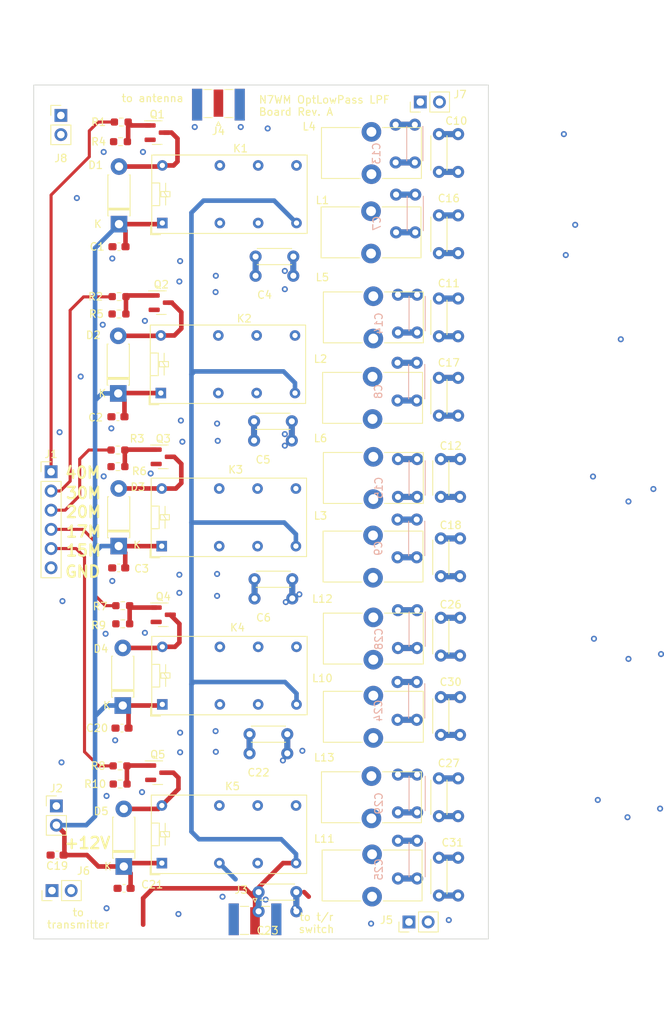
<source format=kicad_pcb>
(kicad_pcb (version 20221018) (generator pcbnew)
  (layers (0 "F.Cu" signal) (31 "B.Cu" signal) (34 "B.Paste" user) (35 "F.Paste" user) (36 "B.SilkS" user "B.Silkscreen") (37 "F.SilkS" user "F.Silkscreen") (38 "B.Mask" user) (39 "F.Mask" user) (44 "Edge.Cuts" user))
  (net 0 "")
  (net 1 "GND")
  (net 2 "Net-(C10-Pad2)")
  (net 3 "Net-(C11-Pad2)")
  (net 4 "Net-(C12-Pad2)")
  (net 5 "Net-(C10-Pad1)")
  (net 6 "Net-(C11-Pad1)")
  (net 7 "Net-(C12-Pad1)")
  (net 8 "Net-(C16-Pad2)")
  (net 9 "Net-(C17-Pad2)")
  (net 10 "Net-(C18-Pad2)")
  (net 11 "Net-(C23-Pad1)")
  (net 12 "Net-(C24-Pad1)")
  (net 13 "Net-(C25-Pad1)")
  (net 14 "Net-(C26-Pad1)")
  (net 15 "Net-(C27-Pad1)")
  (net 16 "Net-(C22-Pad1)")
  (net 17 "Net-(D1-A)")
  (net 18 "Net-(D2-A)")
  (net 19 "Net-(D3-A)")
  (net 20 "Net-(D4-A)")
  (net 21 "Net-(D5-A)")
  (net 22 "Net-(J3-In)")
  (net 23 "Net-(J4-In)")
  (net 24 "Net-(Q1-B)")
  (net 25 "Net-(Q2-B)")
  (net 26 "Net-(Q3-B)")
  (net 27 "Net-(Q4-B)")
  (net 28 "Net-(Q5-B)")
  (net 29 "/VDD12")
  (net 30 "/40M")
  (net 31 "/30M")
  (net 32 "/20M")
  (net 33 "/17M")
  (net 34 "/15M")
  (footprint "Diode_THT:D_DO-41_SOD81_P7.62mm_Horizontal" (layer "F.Cu") (at 91.0375 143.41 90)
    (fp_text reference "D5")
    (fp_text value "1N4152")
  )
  (footprint "Library:C_Disc_DUAL_D4.3mm_W1.9mm_P5.00mm" (layer "F.Cu") (at 113.3 84.5 180)
    (fp_text reference "C5")
    (fp_text value "435p")
  )
  (footprint "Package_TO_SOT_SMD:SOT-23" (layer "F.Cu") (at 95.4625 46.3)
    (fp_text reference "Q1")
    (fp_text value "MMBT3904")
  )
  (footprint "Resistor_SMD:R_0603_1608Metric_Pad0.98x0.95mm_HandSolder" (layer "F.Cu") (at 90.4125 68 180)
    (fp_text reference "R2")
    (fp_text value "2K")
  )
  (footprint "Resistor_SMD:R_0603_1608Metric_Pad0.98x0.95mm_HandSolder" (layer "F.Cu") (at 90.7 44.9 180)
    (fp_text reference "R1")
    (fp_text value "2K")
  )
  (footprint "Package_TO_SOT_SMD:SOT-23" (layer "F.Cu") (at 96.2625 89.2)
    (fp_text reference "Q3")
    (fp_text value "MMBT3904")
  )
  (footprint "Resistor_SMD:R_0603_1608Metric_Pad0.98x0.95mm_HandSolder" (layer "F.Cu") (at 90.4 70.3 180)
    (fp_text reference "R5")
    (fp_text value "3K")
  )
  (footprint "Connector_PinHeader_2.54mm:PinHeader_1x02_P2.54mm_Vertical" (layer "F.Cu") (at 82.7 44.025)
    (fp_text reference "J8")
    (fp_text value "Conn_01x02_Male")
  )
  (footprint "Relay_THT:Relay_DPDT_Omron_G5V-2" (layer "F.Cu") (at 95.9425 80.7625 90)
    (fp_text reference "K2")
    (fp_text value "G5V-2")
  )
  (footprint "Inductor_THT:L_Toroid_Vertical_L13.0mm_W6.5mm_P5.60mm" (layer "F.Cu") (at 124.0625 99.6)
    (fp_text reference "L3")
    (fp_text value "364nH")
  )
  (footprint "Diode_THT:D_DO-41_SOD81_P7.62mm_Horizontal" (layer "F.Cu") (at 90.4 58.41 90)
    (fp_text reference "D1")
    (fp_text value "1N4152")
  )
  (footprint "Connector_PinHeader_2.54mm:PinHeader_1x02_P2.54mm_Vertical" (layer "F.Cu") (at 82.1 135.4)
    (fp_text reference "J2")
    (fp_text value "Conn_01x02_Male")
  )
  (footprint "Capacitor_SMD:C_0603_1608Metric_Pad1.08x0.95mm_HandSolder" (layer "F.Cu") (at 82.2 141.9 180)
    (fp_text reference "C19")
    (fp_text value "0.1uF")
  )
  (footprint "Relay_THT:Relay_DPDT_Omron_G5V-2" (layer "F.Cu") (at 96.1425 121.9625 90)
    (fp_text reference "K4")
    (fp_text value "G5V-2")
  )
  (footprint "Inductor_THT:L_Toroid_Vertical_L13.0mm_W6.5mm_P5.60mm" (layer "F.Cu") (at 123.85 131.45)
    (fp_text reference "L13")
    (fp_text value "207nH")
  )
  (footprint "Package_TO_SOT_SMD:SOT-23" (layer "F.Cu") (at 96.2625 110.1)
    (fp_text reference "Q4")
    (fp_text value "MMBT3904")
  )
  (footprint "Resistor_SMD:R_0603_1608Metric_Pad0.98x0.95mm_HandSolder" (layer "F.Cu") (at 90.2625 88.3 180)
    (fp_text reference "R3")
    (fp_text value "2K")
  )
  (footprint "Relay_THT:Relay_DPDT_Omron_G5V-2" (layer "F.Cu") (at 96.0625 101.02 90)
    (fp_text reference "K3")
    (fp_text value "G5V-2")
  )
  (footprint "Capacitor_SMD:C_0603_1608Metric_Pad1.08x0.95mm_HandSolder" (layer "F.Cu") (at 91.075 146.3 180)
    (fp_text reference "C21")
    (fp_text value "0.1uF")
  )
  (footprint "Relay_THT:Relay_DPDT_Omron_G5V-2" (layer "F.Cu") (at 96.1425 58.2625 90)
    (fp_text reference "K1")
    (fp_text value "G5V-2")
  )
  (footprint "Package_TO_SOT_SMD:SOT-23" (layer "F.Cu") (at 95.5375 131)
    (fp_text reference "Q5")
    (fp_text value "MMBT3904")
  )
  (footprint "Resistor_SMD:R_0603_1608Metric_Pad0.98x0.95mm_HandSolder" (layer "F.Cu") (at 90.2625 90.5 180)
    (fp_text reference "R6")
    (fp_text value "3K")
  )
  (footprint "Relay_THT:Relay_DPDT_Omron_G5V-2" (layer "F.Cu") (at 96.08 142.9625 90)
    (fp_text reference "K5")
    (fp_text value "G5V-2")
  )
  (footprint "Inductor_THT:L_Toroid_Vertical_L13.0mm_W6.5mm_P5.60mm" (layer "F.Cu") (at 123.85 46.2)
    (fp_text reference "L4")
    (fp_text value "622nH")
  )
  (footprint "Library:C_Disc_DUAL_D4.3mm_W1.9mm_P5.00mm" (layer "F.Cu") (at 112.7 125.9 180)
    (fp_text reference "C22")
    (fp_text value "244p")
  )
  (footprint "Library:C_Disc_DUAL_D4.3mm_W1.9mm_P5.00mm" (layer "F.Cu") (at 132.795 142.25 -90)
    (fp_text reference "C31")
    (fp_text value "30p")
  )
  (footprint "Connector_Coaxial:SMA_Samtec_SMA-J-P-X-ST-EM1_EdgeMount" (layer "F.Cu") (at 108.425 150.4)
    (fp_text reference "J3")
    (fp_text value "Conn_Coaxial")
  )
  (footprint "Capacitor_SMD:C_0603_1608Metric_Pad1.08x0.95mm_HandSolder" (layer "F.Cu") (at 90.4 61.4 180)
    (fp_text reference "C1")
    (fp_text value "0.1uF")
  )
  (footprint "Inductor_THT:L_Toroid_Vertical_L13.0mm_W6.5mm_P5.60mm" (layer "F.Cu") (at 123.9375 141.8)
    (fp_text reference "L11")
    (fp_text value "243nH")
  )
  (footprint "Library:C_Disc_DUAL_D4.3mm_W1.9mm_P5.00mm" (layer "F.Cu") (at 132.795 68.25 -90)
    (fp_text reference "C11")
    (fp_text value "140p")
  )
  (footprint "Resistor_SMD:R_0603_1608Metric_Pad0.98x0.95mm_HandSolder" (layer "F.Cu") (at 90.9 111.3 180)
    (fp_text reference "R9")
    (fp_text value "3K")
  )
  (footprint "Diode_THT:D_DO-41_SOD81_P7.62mm_Horizontal" (layer "F.Cu") (at 90.9 122.11 90)
    (fp_text reference "D4")
    (fp_text value "1N4152")
  )
  (footprint "Inductor_THT:L_Toroid_Vertical_L13.0mm_W6.5mm_P5.60mm" (layer "F.Cu") (at 124 78.6)
    (fp_text reference "L2")
    (fp_text value "505nH")
  )
  (footprint "Library:C_Disc_DUAL_D4.3mm_W1.9mm_P5.00mm" (layer "F.Cu") (at 113.3625 105.4 180)
    (fp_text reference "C6")
    (fp_text value "314p")
  )
  (footprint "Library:C_Disc_DUAL_D4.3mm_W1.9mm_P5.00mm" (layer "F.Cu") (at 113.5 62.7 180)
    (fp_text reference "C4")
    (fp_text value "628p")
  )
  (footprint "Connector_PinHeader_2.54mm:PinHeader_1x02_P2.54mm_Vertical" (layer "F.Cu") (at 128.825 150.75 90)
    (fp_text reference "J5")
    (fp_text value "Conn_01x02_Male")
  )
  (footprint "Resistor_SMD:R_0603_1608Metric_Pad0.98x0.95mm_HandSolder" (layer "F.Cu") (at 90.6 47.5 180)
    (fp_text reference "R4")
    (fp_text value "3K")
  )
  (footprint "Inductor_THT:L_Toroid_Vertical_L13.0mm_W6.5mm_P5.60mm" (layer "F.Cu") (at 123.8 56.7)
    (fp_text reference "L1")
    (fp_text value "728nH")
  )
  (footprint "Inductor_THT:L_Toroid_Vertical_L13.0mm_W6.5mm_P5.60mm" (layer "F.Cu") (at 124.1 89.2)
    (fp_text reference "L6")
    (fp_text value "311nH")
  )
  (footprint "Resistor_SMD:R_0603_1608Metric_Pad0.98x0.95mm_HandSolder" (layer "F.Cu") (at 90.5375 130.1 180)
    (fp_text reference "R8")
    (fp_text value "2K")
  )
  (footprint "Resistor_SMD:R_0603_1608Metric_Pad0.98x0.95mm_HandSolder" (layer "F.Cu") (at 90.9 108.9 180)
    (fp_text reference "R7")
    (fp_text value "2K")
  )
  (footprint "Capacitor_SMD:C_0603_1608Metric_Pad1.08x0.95mm_HandSolder" (layer "F.Cu") (at 90.3625 103.9 180)
    (fp_text reference "C3")
    (fp_text value "0.1uF")
  )
  (footprint "Inductor_THT:L_Toroid_Vertical_L13.0mm_W6.5mm_P5.60mm" (layer "F.Cu") (at 124.1 67.95)
    (fp_text reference "L5")
    (fp_text value "431nH")
  )
  (footprint "Library:C_Disc_DUAL_D4.3mm_W1.9mm_P5.00mm" (layer "F.Cu") (at 133.045 89.5 -90)
    (fp_text reference "C12")
    (fp_text value "101p")
  )
  (footprint "Connector_Coaxial:SMA_Samtec_SMA-J-P-X-ST-EM1_EdgeMount" (layer "F.Cu") (at 103.575 42.6 180)
    (fp_text reference "J4")
    (fp_text value "Conn_Coaxial")
  )
  (footprint "Inductor_THT:L_Toroid_Vertical_L13.0mm_W6.5mm_P5.60mm" (layer "F.Cu") (at 124.1 110.45)
    (fp_text reference "L12")
    (fp_text value "242nH")
  )
  (footprint "Library:C_Disc_DUAL_D4.3mm_W1.9mm_P5.00mm" (layer "F.Cu") (at 113.9 146.8 180)
    (fp_text reference "C23")
    (fp_text value "209p")
  )
  (footprint "Library:C_Disc_DUAL_D4.3mm_W1.9mm_P5.00mm" (layer "F.Cu") (at 133.045 110.5 -90)
    (fp_text reference "C26")
    (fp_text value "79p")
  )
  (footprint "Diode_THT:D_DO-41_SOD81_P7.62mm_Horizontal" (layer "F.Cu") (at 90.3625 101.01 90)
    (fp_text reference "D3")
    (fp_text value "1N4152")
  )
  (footprint "Capacitor_SMD:C_0603_1608Metric_Pad1.08x0.95mm_HandSolder" (layer "F.Cu") (at 90.8 125.1 180)
    (fp_text reference "C20")
    (fp_text value "0.1uF")
  )
  (footprint "Connector_PinHeader_2.54mm:PinHeader_1x06_P2.54mm_Vertical" (layer "F.Cu") (at 81.4 91.18)
    (fp_text reference "J1")
    (fp_text value "Conn_01x06_Male")
  )
  (footprint "Library:C_Disc_DUAL_D4.3mm_W1.9mm_P5.00mm" (layer "F.Cu") (at 132.795 131.75 -90)
    (fp_text reference "C27")
    (fp_text value "67p")
  )
  (footprint "Connector_PinHeader_2.54mm:PinHeader_1x02_P2.54mm_Vertical" (layer "F.Cu") (at 130.325 42.25 90)
    (fp_text reference "J7")
    (fp_text value "Conn_01x02_Male")
  )
  (footprint "Library:C_Disc_DUAL_D4.3mm_W1.9mm_P5.00mm" (layer "F.Cu") (at 133.045 100 -90)
    (fp_text reference "C18")
    (fp_text value "44p")
  )
  (footprint "Package_TO_SOT_SMD:SOT-23" (layer "F.Cu") (at 96 68.8)
    (fp_text reference "Q2")
    (fp_text value "MMBT3904")
  )
  (footprint "Library:C_Disc_DUAL_D4.3mm_W1.9mm_P5.00mm" (layer "F.Cu") (at 132.795 46.5 -90)
    (fp_text reference "C10")
    (fp_text value "202p")
  )
  (footprint "Connector_PinHeader_2.54mm:PinHeader_1x02_P2.54mm_Vertical" (layer "F.Cu") (at 81.525 146.6 90)
    (fp_text reference "J6")
    (fp_text value "Conn_01x02_Male")
  )
  (footprint "Resistor_SMD:R_0603_1608Metric_Pad0.98x0.95mm_HandSolder" (layer "F.Cu") (at 90.55 132.5 180)
    (fp_text reference "R10")
    (fp_text value "3K")
  )
  (footprint "Library:C_Disc_DUAL_D4.3mm_W1.9mm_P5.00mm" (layer "F.Cu") (at 132.795 78.75 -90)
    (fp_text reference "C17")
    (fp_text value "62p")
  )
  (footprint "Library:C_Disc_DUAL_D4.3mm_W1.9mm_P5.00mm" (layer "F.Cu") (at 132.795 57.25 -90)
    (fp_text reference "C16")
    (fp_text value "89p")
  )
  (footprint "Inductor_THT:L_Toroid_Vertical_L13.0mm_W6.5mm_P5.60mm" (layer "F.Cu") (at 124.1 120.8)
    (fp_text reference "L10")
    (fp_text value "283nH")
  )
  (footprint "Capacitor_SMD:C_0603_1608Metric_Pad1.08x0.95mm_HandSolder" (layer "F.Cu") (at 90.2625 83.9 180)
    (fp_text reference "C2")
    (fp_text value "0.1uF")
  )
  (footprint "Library:C_Disc_DUAL_D4.3mm_W1.9mm_P5.00mm" (layer "F.Cu") (at 133.045 121 -90)
    (fp_text reference "C30")
    (fp_text value "35p")
  )
  (footprint "Diode_THT:D_DO-41_SOD81_P7.62mm_Horizontal" (layer "F.Cu") (at 90.3 80.81 90)
    (fp_text reference "D2")
    (fp_text value "1N4152")
  )
  (footprint "Library:C_Disc_DUAL_D4.3mm_W1.9mm_P5.00mm" (layer "B.Cu") (at 129.85 76.75 -90)
    (fp_text reference "C8")
    (fp_text value "844p")
  )
  (footprint "Library:C_Disc_DUAL_D4.3mm_W1.9mm_P5.00mm" (layer "B.Cu") (at 129.905 131.25 -90)
    (fp_text reference "C29")
    (fp_text value "186p")
  )
  (footprint "Library:C_Disc_DUAL_D4.3mm_W1.9mm_P5.00mm" (layer "B.Cu") (at 129.6 45.25 -90)
    (fp_text reference "C13")
    (fp_text value "557p")
  )
  (footprint "Library:C_Disc_DUAL_D4.3mm_W1.9mm_P5.00mm" (layer "B.Cu") (at 129.655 54.5 -90)
    (fp_text reference "C7")
    (fp_text value "1218p")
  )
  (footprint "Library:C_Disc_DUAL_D4.3mm_W1.9mm_P5.00mm" (layer "B.Cu") (at 129.85 97.5 -90)
    (fp_text reference "C9")
    (fp_text value "609p")
  )
  (footprint "Library:C_Disc_DUAL_D4.3mm_W1.9mm_P5.00mm" (layer "B.Cu") (at 129.905 67.75 -90)
    (fp_text reference "C14")
    (fp_text value "386p")
  )
  (footprint "Library:C_Disc_DUAL_D4.3mm_W1.9mm_P5.00mm" (layer "B.Cu") (at 129.905 140 -90)
    (fp_text reference "C25")
    (fp_text value "406p")
  )
  (footprint "Library:C_Disc_DUAL_D4.3mm_W1.9mm_P5.00mm" (layer "B.Cu") (at 129.905 109.5 -90)
    (fp_text reference "C28")
    (fp_text value "217p")
  )
  (footprint "Library:C_Disc_DUAL_D4.3mm_W1.9mm_P5.00mm" (layer "B.Cu") (at 129.905 89.5 -90)
    (fp_text reference "C15")
    (fp_text value "279p")
  )
  (footprint "Library:C_Disc_DUAL_D4.3mm_W1.9mm_P5.00mm" (layer "B.Cu") (at 129.85 119 -90)
    (fp_text reference "C24")
    (fp_text value "474p")
  )
  (gr_rect (start 79.1 40) (end 139.35 153) (stroke (width 0.1)) (fill none) (layer "Edge.Cuts"))
  (gr_text "to antenna" (at 94.848 41.748) (layer "F.SilkS") (effects (font (size 1 1))))
  (gr_text "20M" (at 85.7 96.5) (layer "F.SilkS") (effects (font (size 1.5 1.5) (thickness 0.3))))
  (gr_text "17M" (at 85.7 99.1) (layer "F.SilkS") (effects (font (size 1.5 1.5) (thickness 0.3))))
  (gr_text "GND" (at 85.6 104.4) (layer "F.SilkS") (effects (font (size 1.5 1.5) (thickness 0.3))))
  (gr_text "N7WM OptLowPass LPF\nBoard Rev. A" (at 108.85 42.75) (layer "F.SilkS") (effects (font (size 1 1)) (justify left)))
  (gr_text "to\ntransmitter" (at 85 150.3) (layer "F.SilkS") (effects (font (size 1 1))))
  (gr_text "40M" (at 85.6 91.3) (layer "F.SilkS") (effects (font (size 1.5 1.5) (thickness 0.3))))
  (gr_text "+12V" (at 86.212 140.3) (layer "F.SilkS") (effects (font (size 1.5 1.5) (thickness 0.3))))
  (gr_text "15M" (at 85.7 101.6) (layer "F.SilkS") (effects (font (size 1.5 1.5) (thickness 0.3))))
  (gr_text "to t/r\nswitch" (at 116.565 150.9) (layer "F.SilkS") (effects (font (size 1 1))))
  (gr_text "30M" (at 85.7 94) (layer "F.SilkS") (effects (font (size 1.5 1.5) (thickness 0.3))))
  (segment (start 108.5 147.7) (end 108.437 147.763) (width 0.6096) (layer "F.Cu") (net 0))
  (segment (start 93.6 151.1) (end 93.6 147.6) (width 0.6096) (layer "F.Cu") (net 0))
  (segment (start 107.95 147.15) (end 108.5 147.7) (width 0.6096) (layer "F.Cu") (net 0))
  (segment (start 107.1 146.3) (end 107.95 147.15) (width 0.6096) (layer "F.Cu") (net 0))
  (segment (start 94.9 146.3) (end 107.1 146.3) (width 0.6096) (layer "F.Cu") (net 0))
  (segment (start 93.6 147.6) (end 94.9 146.3) (width 0.6096) (layer "F.Cu") (net 0))
  (segment (start 108.437 147.763) (end 108.437 151.1) (width 0.6096) (layer "F.Cu") (net 0))
  (segment (start 112.1375 142.9625) (end 107.95 147.15) (width 0.6096) (layer "F.Cu") (net 0))
  (segment (start 113.86 142.9625) (end 112.1375 142.9625) (width 0.6096) (layer "F.Cu") (net 0))
  (segment (start 112.4 119) (end 100.3 119) (width 0.6096) (layer "B.Cu") (net 0))
  (segment (start 110.96 55.3) (end 113.9225 58.2625) (width 0.6096) (layer "B.Cu") (net 0))
  (segment (start 111.9 139.8) (end 101 139.8) (width 0.6096) (layer "B.Cu") (net 0))
  (segment (start 100 119.3) (end 100 97.9) (width 0.6096) (layer "B.Cu") (net 0))
  (segment (start 100 97.9) (end 100 78.3) (width 0.6096) (layer "B.Cu") (net 0))
  (segment (start 113.8425 101.02) (end 113.8425 99.4425) (width 0.6096) (layer "B.Cu") (net 0))
  (segment (start 100 78.3) (end 100 56.9) (width 0.6096) (layer "B.Cu") (net 0))
  (segment (start 112.3 97.9) (end 100 97.9) (width 0.6096) (layer "B.Cu") (net 0))
  (segment (start 113.7225 79.4225) (end 112.2 77.9) (width 0.6096) (layer "B.Cu") (net 0))
  (segment (start 113.86 142.9625) (end 113.86 141.76) (width 0.6096) (layer "B.Cu") (net 0))
  (segment (start 100.4 77.9) (end 100 78.3) (width 0.6096) (layer "B.Cu") (net 0))
  (segment (start 100 56.9) (end 101.6 55.3) (width 0.6096) (layer "B.Cu") (net 0))
  (segment (start 112.2 77.9) (end 100.4 77.9) (width 0.6096) (layer "B.Cu") (net 0))
  (segment (start 113.8425 99.4425) (end 112.3 97.9) (width 0.6096) (layer "B.Cu") (net 0))
  (segment (start 100 138.8) (end 100 119.3) (width 0.6096) (layer "B.Cu") (net 0))
  (segment (start 113.7225 80.7625) (end 113.7225 79.4225) (width 0.6096) (layer "B.Cu") (net 0))
  (segment (start 101 139.8) (end 100 138.8) (width 0.6096) (layer "B.Cu") (net 0))
  (segment (start 113.9225 121.9625) (end 113.9225 120.5225) (width 0.6096) (layer "B.Cu") (net 0))
  (segment (start 100.3 119) (end 100 119.3) (width 0.6096) (layer "B.Cu") (net 0))
  (segment (start 113.9225 120.5225) (end 112.4 119) (width 0.6096) (layer "B.Cu") (net 0))
  (segment (start 113.86 141.76) (end 111.9 139.8) (width 0.6096) (layer "B.Cu") (net 0))
  (segment (start 101.6 55.3) (end 110.96 55.3) (width 0.6096) (layer "B.Cu") (net 0))
  (via (at 89.895 126.711) (size 0.8) (drill 0.4) (layers "F.Cu" "B.Cu") (net 1))
  (via (at 103.23 128.235) (size 0.8) (drill 0.4) (layers "F.Cu" "B.Cu") (net 1))
  (via (at 82.783 129.632) (size 0.8) (drill 0.4) (layers "F.Cu" "B.Cu") (net 1))
  (via (at 114.3 107.4) (size 0.8) (drill 0.4) (layers "F.Cu" "B.Cu") (net 1))
  (via (at 134.1 150.5) (size 0.8) (drill 0.4) (layers "F.Cu" "B.Cu") (net 1))
  (via (at 103.4 84.8) (size 0.8) (drill 0.4) (layers "F.Cu" "B.Cu") (net 1))
  (via (at 112.374 64.608) (size 0.8) (drill 0.4) (layers "F.Cu" "B.Cu") (net 1))
  (via (at 98.5 128.3) (size 0.8) (drill 0.4) (layers "F.Cu" "B.Cu") (net 1))
  (via (at 93.578 48.86) (size 0.8) (drill 0.4) (layers "F.Cu" "B.Cu") (net 1))
  (via (at 112.374 86.198) (size 0.8) (drill 0.4) (layers "F.Cu" "B.Cu") (net 1))
  (via (at 153.337 113.271) (size 0.8) (drill 0.4) (layers "F.Cu" "B.Cu") (net 1))
  (via (at 98.5 63.3) (size 0.8) (drill 0.4) (layers "F.Cu" "B.Cu") (net 1))
  (via (at 103.484 87.087) (size 0.8) (drill 0.4) (layers "F.Cu" "B.Cu") (net 1))
  (via (at 157.909 95.11) (size 0.8) (drill 0.4) (layers "F.Cu" "B.Cu") (net 1))
  (via (at 157.909 115.938) (size 0.8) (drill 0.4) (layers "F.Cu" "B.Cu") (net 1))
  (via (at 106.532 45.558) (size 0.8) (drill 0.4) (layers "F.Cu" "B.Cu") (net 1))
  (via (at 153.21 91.808) (size 0.8) (drill 0.4) (layers "F.Cu" "B.Cu") (net 1))
  (via (at 88.371 48.86) (size 0.8) (drill 0.4) (layers "F.Cu" "B.Cu") (net 1))
  (via (at 150.85 58.5) (size 0.8) (drill 0.4) (layers "F.Cu" "B.Cu") (net 1))
  (via (at 88.371 91.786) (size 0.8) (drill 0.4) (layers "F.Cu" "B.Cu") (net 1))
  (via (at 149.35 46.5) (size 0.8) (drill 0.4) (layers "F.Cu" "B.Cu") (net 1))
  (via (at 153.845 134.607) (size 0.8) (drill 0.4) (layers "F.Cu" "B.Cu") (net 1))
  (via (at 88.752 134.077) (size 0.8) (drill 0.4) (layers "F.Cu" "B.Cu") (net 1))
  (via (at 93.451 133.569) (size 0.8) (drill 0.4) (layers "F.Cu" "B.Cu") (net 1))
  (via (at 114.7 128.1) (size 0.8) (drill 0.4) (layers "F.Cu" "B.Cu") (net 1))
  (via (at 103.4 107.6) (size 0.8) (drill 0.4) (layers "F.Cu" "B.Cu") (net 1))
  (via (at 89.387 85.436) (size 0.8) (drill 0.4) (layers "F.Cu" "B.Cu") (net 1))
  (via (at 161.211 93.459) (size 0.8) (drill 0.4) (layers "F.Cu" "B.Cu") (net 1))
  (via (at 94.594 91.405) (size 0.8) (drill 0.4) (layers "F.Cu" "B.Cu") (net 1))
  (via (at 93.832 112.487) (size 0.8) (drill 0.4) (layers "F.Cu" "B.Cu") (net 1))
  (via (at 112.374 67.021) (size 0.8) (drill 0.4) (layers "F.Cu" "B.Cu") (net 1))
  (via (at 149.6 62.5) (size 0.8) (drill 0.4) (layers "F.Cu" "B.Cu") (net 1))
  (via (at 104.119 147.412) (size 0.8) (drill 0.4) (layers "F.Cu" "B.Cu") (net 1))
  (via (at 103.2 125.5) (size 0.8) (drill 0.4) (layers "F.Cu" "B.Cu") (net 1))
  (via (at 109.834 147.793) (size 0.8) (drill 0.4) (layers "F.Cu" "B.Cu") (net 1))
  (via (at 157.782 136.893) (size 0.8) (drill 0.4) (layers "F.Cu" "B.Cu") (net 1))
  (via (at 162.1 135.75) (size 0.8) (drill 0.4) (layers "F.Cu" "B.Cu") (net 1))
  (via (at 103.2 67.4) (size 0.8) (drill 0.4) (layers "F.Cu" "B.Cu") (net 1))
  (via (at 98.5 125.7) (size 0.8) (drill 0.4) (layers "F.Cu" "B.Cu") (net 1))
  (via (at 123.804 150.968) (size 0.8) (drill 0.4) (layers "F.Cu" "B.Cu") (net 1))
  (via (at 112.374 87.722) (size 0.8) (drill 0.4) (layers "F.Cu" "B.Cu") (net 1))
  (via (at 88.244 71.72) (size 0.8) (drill 0.4) (layers "F.Cu" "B.Cu") (net 1))
  (via (at 98.8 87.2) (size 0.8) (drill 0.4) (layers "F.Cu" "B.Cu") (net 1))
  (via (at 88.625 112.614) (size 0.8) (drill 0.4) (layers "F.Cu" "B.Cu") (net 1))
  (via (at 103.23 65.243) (size 0.8) (drill 0.4) (layers "F.Cu" "B.Cu") (net 1))
  (via (at 98.4 66) (size 0.8) (drill 0.4) (layers "F.Cu" "B.Cu") (net 1))
  (via (at 88.752 148.936) (size 0.8) (drill 0.4) (layers "F.Cu" "B.Cu") (net 1))
  (via (at 82.91 108.296) (size 0.8) (drill 0.4) (layers "F.Cu" "B.Cu") (net 1))
  (via (at 110.1 45.75) (size 0.8) (drill 0.4) (layers "F.Cu" "B.Cu") (net 1))
  (via (at 162.227 115.303) (size 0.8) (drill 0.4) (layers "F.Cu" "B.Cu") (net 1))
  (via (at 89.514 105.629) (size 0.8) (drill 0.4) (layers "F.Cu" "B.Cu") (net 1))
  (via (at 98.4 107.2) (size 0.8) (drill 0.4) (layers "F.Cu" "B.Cu") (net 1))
  (via (at 89.514 62.957) (size 0.8) (drill 0.4) (layers "F.Cu" "B.Cu") (net 1))
  (via (at 100.436 45.558) (size 0.8) (drill 0.4) (layers "F.Cu" "B.Cu") (net 1))
  (via (at 112.501 108.423) (size 0.8) (drill 0.4) (layers "F.Cu" "B.Cu") (net 1))
  (via (at 113.7 148.9) (size 0.8) (drill 0.4) (layers "F.Cu" "B.Cu") (net 1))
  (via (at 82.529 85.944) (size 0.8) (drill 0.4) (layers "F.Cu" "B.Cu") (net 1))
  (via (at 103.4 104.7) (size 0.8) (drill 0.4) (layers "F.Cu" "B.Cu") (net 1))
  (via (at 84.815 54.956) (size 0.8) (drill 0.4) (layers "F.Cu" "B.Cu") (net 1))
  (via (at 85.323 78.578) (size 0.8) (drill 0.4) (layers "F.Cu" "B.Cu") (net 1))
  (via (at 156.893 73.647) (size 0.8) (drill 0.4) (layers "F.Cu" "B.Cu") (net 1))
  (via (at 98.6 84.4) (size 0.8) (drill 0.4) (layers "F.Cu" "B.Cu") (net 1))
  (via (at 112.12 129.378) (size 0.8) (drill 0.4) (layers "F.Cu" "B.Cu") (net 1))
  (via (at 98.4 104.8) (size 0.8) (drill 0.4) (layers "F.Cu" "B.Cu") (net 1))
  (via (at 93.832 71.212) (size 0.8) (drill 0.4) (layers "F.Cu" "B.Cu") (net 1))
  (via (at 98.277 149.698) (size 0.8) (drill 0.4) (layers "F.Cu" "B.Cu") (net 1))
  (segment (start 115.5375 147.4) (end 114.9375 146.8) (width 0.6096) (layer "F.Cu") (net 11))
  (segment (start 105.8375 145.1) (end 103.7 142.9625) (width 0.6096) (layer "B.Cu") (net 11))
  (segment (start 95.995 50.79) (end 96.1425 50.6425) (width 0.6096) (layer "F.Cu") (net 17))
  (segment (start 98.15 50.13) (end 97.6375 50.6425) (width 0.6096) (layer "F.Cu") (net 17))
  (segment (start 96.4 46.3) (end 97.368 46.3) (width 0.6096) (layer "F.Cu") (net 17))
  (segment (start 97.368 46.3) (end 98.15 47.082) (width 0.6096) (layer "F.Cu") (net 17))
  (segment (start 97.6375 50.6425) (end 96.1425 50.6425) (width 0.6096) (layer "F.Cu") (net 17))
  (segment (start 98.15 47.082) (end 98.15 50.13) (width 0.6096) (layer "F.Cu") (net 17))
  (segment (start 90.4 50.79) (end 95.995 50.79) (width 0.6096) (layer "F.Cu") (net 17))
  (segment (start 98.658 72.228) (end 97.7435 73.1425) (width 0.6096) (layer "F.Cu") (net 18))
  (segment (start 97.7435 73.1425) (end 95.9425 73.1425) (width 0.6096) (layer "F.Cu") (net 18))
  (segment (start 97.389 68.8) (end 98.658 70.069) (width 0.6096) (layer "F.Cu") (net 18))
  (segment (start 90.3 73.19) (end 95.895 73.19) (width 0.6096) (layer "F.Cu") (net 18))
  (segment (start 98.658 70.069) (end 98.658 72.228) (width 0.6096) (layer "F.Cu") (net 18))
  (segment (start 96.9375 68.8) (end 97.389 68.8) (width 0.6096) (layer "F.Cu") (net 18))
  (segment (start 95.895 73.19) (end 95.9425 73.1425) (width 0.6096) (layer "F.Cu") (net 18))
  (segment (start 98.658 90.135) (end 98.658 92.675) (width 0.6096) (layer "F.Cu") (net 19))
  (segment (start 97.2 89.2) (end 97.723 89.2) (width 0.6096) (layer "F.Cu") (net 19))
  (segment (start 97.723 89.2) (end 98.658 90.135) (width 0.6096) (layer "F.Cu") (net 19))
  (segment (start 96.0525 93.39) (end 96.0625 93.4) (width 0.6096) (layer "F.Cu") (net 19))
  (segment (start 98.658 92.675) (end 97.933 93.4) (width 0.6096) (layer "F.Cu") (net 19))
  (segment (start 97.933 93.4) (end 96.0625 93.4) (width 0.6096) (layer "F.Cu") (net 19))
  (segment (start 90.3625 93.39) (end 96.0525 93.39) (width 0.6096) (layer "F.Cu") (net 19))
  (segment (start 98.404 113.757) (end 97.8185 114.3425) (width 0.6096) (layer "F.Cu") (net 20))
  (segment (start 97.8185 114.3425) (end 96.1425 114.3425) (width 0.6096) (layer "F.Cu") (net 20))
  (segment (start 95.995 114.49) (end 96.1425 114.3425) (width 0.6096) (layer "F.Cu") (net 20))
  (segment (start 98.404 111.304) (end 98.404 113.757) (width 0.6096) (layer "F.Cu") (net 20))
  (segment (start 97.2 110.1) (end 98.404 111.304) (width 0.6096) (layer "F.Cu") (net 20))
  (segment (start 90.9 114.49) (end 95.995 114.49) (width 0.6096) (layer "F.Cu") (net 20))
  (segment (start 96.475 131) (end 97.613 131) (width 0.6096) (layer "F.Cu") (net 21))
  (segment (start 91.0375 135.79) (end 95.6325 135.79) (width 0.6096) (layer "F.Cu") (net 21))
  (segment (start 98.277 133.1455) (end 96.08 135.3425) (width 0.6096) (layer "F.Cu") (net 21))
  (segment (start 95.6325 135.79) (end 96.08 135.3425) (width 0.6096) (layer "F.Cu") (net 21))
  (segment (start 98.277 131.664) (end 98.277 133.1455) (width 0.6096) (layer "F.Cu") (net 21))
  (segment (start 97.613 131) (end 98.277 131.664) (width 0.6096) (layer "F.Cu") (net 21))
  (segment (start 91.6125 47.4) (end 91.5125 47.5) (width 0.6096) (layer "F.Cu") (net 24))
  (segment (start 91.6125 44.9) (end 91.6125 47.4) (width 0.6096) (layer "F.Cu") (net 24))
  (segment (start 94.525 45.35) (end 92.0625 45.35) (width 0.6096) (layer "F.Cu") (net 24))
  (segment (start 92.0625 45.35) (end 91.6125 44.9) (width 0.6096) (layer "F.Cu") (net 24))
  (segment (start 91.325 68) (end 91.325 70.2875) (width 0.6096) (layer "F.Cu") (net 25))
  (segment (start 91.475 67.85) (end 91.325 68) (width 0.6096) (layer "F.Cu") (net 25))
  (segment (start 95.0625 67.85) (end 91.475 67.85) (width 0.6096) (layer "F.Cu") (net 25))
  (segment (start 91.325 70.2875) (end 91.3125 70.3) (width 0.6096) (layer "F.Cu") (net 25))
  (segment (start 91.225 88.25) (end 91.175 88.3) (width 0.6096) (layer "F.Cu") (net 26))
  (segment (start 91.175 88.3) (end 91.175 90.5) (width 0.6096) (layer "F.Cu") (net 26))
  (segment (start 95.325 88.25) (end 91.225 88.25) (width 0.6096) (layer "F.Cu") (net 26))
  (segment (start 91.8125 108.9) (end 91.8125 111.3) (width 0.6096) (layer "F.Cu") (net 27))
  (segment (start 95.325 109.15) (end 92.0625 109.15) (width 0.6096) (layer "F.Cu") (net 27))
  (segment (start 92.0625 109.15) (end 91.8125 108.9) (width 0.6096) (layer "F.Cu") (net 27))
  (segment (start 91.45 132.4875) (end 91.4625 132.5) (width 0.6096) (layer "F.Cu") (net 28))
  (segment (start 91.5 130.05) (end 91.45 130.1) (width 0.6096) (layer "F.Cu") (net 28))
  (segment (start 91.45 130.1) (end 91.45 132.4875) (width 0.6096) (layer "F.Cu") (net 28))
  (segment (start 94.6 130.05) (end 91.5 130.05) (width 0.6096) (layer "F.Cu") (net 28))
  (segment (start 96.0625 101.02) (end 90.3725 101.02) (width 0.6096) (layer "F.Cu") (net 29))
  (segment (start 82.1 137.94) (end 83.164 139.004) (width 0.6096) (layer "F.Cu") (net 29))
  (segment (start 90.9 122.11) (end 95.995 122.11) (width 0.6096) (layer "F.Cu") (net 29))
  (segment (start 90.3725 101.02) (end 90.3625 101.01) (width 0.6096) (layer "F.Cu") (net 29))
  (segment (start 96.08 142.9625) (end 91.485 142.9625) (width 0.6096) (layer "F.Cu") (net 29))
  (segment (start 83.0625 141.9) (end 86.161 141.9) (width 0.6096) (layer "F.Cu") (net 29))
  (segment (start 95.9425 80.7625) (end 90.3475 80.7625) (width 0.6096) (layer "F.Cu") (net 29))
  (segment (start 91.6625 122.8725) (end 90.9 122.11) (width 0.6096) (layer "F.Cu") (net 29))
  (segment (start 83.164 141.7985) (end 83.0625 141.9) (width 0.6096) (layer "F.Cu") (net 29))
  (segment (start 91.485 142.9625) (end 91.0375 143.41) (width 0.6096) (layer "F.Cu") (net 29))
  (segment (start 91.125 81.635) (end 90.3 80.81) (width 0.6096) (layer "F.Cu") (net 29))
  (segment (start 91.9375 144.31) (end 91.0375 143.41) (width 0.6096) (layer "F.Cu") (net 29))
  (segment (start 83.164 139.004) (end 83.164 141.7985) (width 0.6096) (layer "F.Cu") (net 29))
  (segment (start 91.2625 61.4) (end 91.2625 59.2725) (width 0.6096) (layer "F.Cu") (net 29))
  (segment (start 87.671 143.41) (end 91.0375 143.41) (width 0.6096) (layer "F.Cu") (net 29))
  (segment (start 91.6625 125.1) (end 91.6625 122.8725) (width 0.6096) (layer "F.Cu") (net 29))
  (segment (start 86.161 141.9) (end 87.671 143.41) (width 0.6096) (layer "F.Cu") (net 29))
  (segment (start 91.225 103.9) (end 91.225 101.8725) (width 0.6096) (layer "F.Cu") (net 29))
  (segment (start 95.995 58.41) (end 96.1425 58.2625) (width 0.6096) (layer "F.Cu") (net 29))
  (segment (start 91.125 83.9) (end 91.125 81.635) (width 0.6096) (layer "F.Cu") (net 29))
  (segment (start 91.9375 146.3) (end 91.9375 144.31) (width 0.6096) (layer "F.Cu") (net 29))
  (segment (start 90.4 58.41) (end 95.995 58.41) (width 0.6096) (layer "F.Cu") (net 29))
  (segment (start 90.3475 80.7625) (end 90.3 80.81) (width 0.6096) (layer "F.Cu") (net 29))
  (segment (start 91.2625 59.2725) (end 90.4 58.41) (width 0.6096) (layer "F.Cu") (net 29))
  (segment (start 95.995 122.11) (end 96.1425 121.9625) (width 0.6096) (layer "F.Cu") (net 29))
  (segment (start 91.225 101.8725) (end 90.3625 101.01) (width 0.6096) (layer "F.Cu") (net 29))
  (segment (start 88.037 101.01) (end 90.3625 101.01) (width 0.6096) (layer "B.Cu") (net 29))
  (segment (start 87.228 123.536) (end 87.228 101.819) (width 0.6096) (layer "B.Cu") (net 29))
  (segment (start 87.228 123.536) (end 88.654 122.11) (width 0.6096) (layer "B.Cu") (net 29))
  (segment (start 87.228 123.536) (end 87.228 136.772) (width 0.6096) (layer "B.Cu") (net 29))
  (segment (start 87.228 81.753) (end 88.171 80.81) (width 0.6096) (layer "B.Cu") (net 29))
  (segment (start 87.228 101.819) (end 87.228 82.007) (width 0.6096) (layer "B.Cu") (net 29))
  (segment (start 87.228 101.819) (end 88.037 101.01) (width 0.6096) (layer "B.Cu") (net 29))
  (segment (start 88.654 122.11) (end 90.9 122.11) (width 0.6096) (layer "B.Cu") (net 29))
  (segment (start 87.228 136.772) (end 86.06 137.94) (width 0.6096) (layer "B.Cu") (net 29))
  (segment (start 87.228 61.582) (end 90.4 58.41) (width 0.6096) (layer "B.Cu") (net 29))
  (segment (start 88.171 80.81) (end 90.3 80.81) (width 0.6096) (layer "B.Cu") (net 29))
  (segment (start 87.228 82.007) (end 87.228 61.582) (width 0.6096) (layer "B.Cu") (net 29))
  (segment (start 87.228 82.007) (end 87.228 81.753) (width 0.6096) (layer "B.Cu") (net 29))
  (segment (start 86.06 137.94) (end 82.1 137.94) (width 0.6096) (layer "B.Cu") (net 29))
  (segment (start 81.4 91.18) (end 81.4 54.561) (width 0.4064) (layer "F.Cu") (net 30))
  (segment (start 86.466 46.066) (end 87.632 44.9) (width 0.4064) (layer "F.Cu") (net 30))
  (segment (start 87.632 44.9) (end 89.7875 44.9) (width 0.4064) (layer "F.Cu") (net 30))
  (segment (start 86.466 49.495) (end 86.466 46.066) (width 0.4064) (layer "F.Cu") (net 30))
  (segment (start 81.4 54.561) (end 86.466 49.495) (width 0.4064) (layer "F.Cu") (net 30))
  (segment (start 83.926 92.421) (end 83.926 69.815) (width 0.4064) (layer "F.Cu") (net 31))
  (segment (start 83.926 69.815) (end 85.704 68.037) (width 0.4064) (layer "F.Cu") (net 31))
  (segment (start 82.627 93.72) (end 83.926 92.421) (width 0.4064) (layer "F.Cu") (net 31))
  (segment (start 85.704 68.037) (end 89.463 68.037) (width 0.4064) (layer "F.Cu") (net 31))
  (segment (start 81.4 93.72) (end 82.627 93.72) (width 0.4064) (layer "F.Cu") (net 31))
  (segment (start 89.463 68.037) (end 89.5 68) (width 0.4064) (layer "F.Cu") (net 31))
  (segment (start 83.262 96.26) (end 85.196 94.326) (width 0.4064) (layer "F.Cu") (net 32))
  (segment (start 86.396 88.3) (end 89.35 88.3) (width 0.4064) (layer "F.Cu") (net 32))
  (segment (start 85.196 94.326) (end 85.196 89.5) (width 0.4064) (layer "F.Cu") (net 32))
  (segment (start 85.196 89.5) (end 86.396 88.3) (width 0.4064) (layer "F.Cu") (net 32))
  (segment (start 81.4 96.26) (end 83.262 96.26) (width 0.4064) (layer "F.Cu") (net 32))
  (segment (start 85.606 98.8) (end 87.228 100.422) (width 0.4064) (layer "F.Cu") (net 33))
  (segment (start 88.594 108.9) (end 89.9875 108.9) (width 0.4064) (layer "F.Cu") (net 33))
  (segment (start 81.4 98.8) (end 85.606 98.8) (width 0.4064) (layer "F.Cu") (net 33))
  (segment (start 87.228 100.422) (end 87.228 107.534) (width 0.4064) (layer "F.Cu") (net 33))
  (segment (start 87.228 107.534) (end 88.594 108.9) (width 0.4064) (layer "F.Cu") (net 33))
  (segment (start 81.4 101.34) (end 84.717 101.34) (width 0.4064) (layer "F.Cu") (net 34))
  (segment (start 85.831 128.235) (end 87.696 130.1) (width 0.4064) (layer "F.Cu") (net 34))
  (segment (start 85.831 102.454) (end 85.831 128.235) (width 0.4064) (layer "F.Cu") (net 34))
  (segment (start 84.717 101.34) (end 85.831 102.454) (width 0.4064) (layer "F.Cu") (net 34))
  (segment (start 87.696 130.1) (end 89.625 130.1) (width 0.4064) (layer "F.Cu") (net 34))
)
</source>
